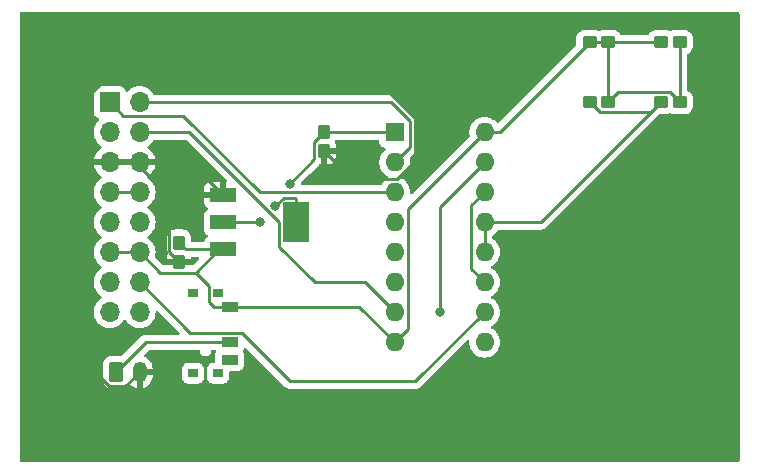
<source format=gbr>
%TF.GenerationSoftware,KiCad,Pcbnew,(7.0.0)*%
%TF.CreationDate,2024-03-24T20:48:37+02:00*%
%TF.ProjectId,p0wer EE3088,70307765-7220-4454-9533-3038382e6b69,rev?*%
%TF.SameCoordinates,Original*%
%TF.FileFunction,Copper,L1,Top*%
%TF.FilePolarity,Positive*%
%FSLAX46Y46*%
G04 Gerber Fmt 4.6, Leading zero omitted, Abs format (unit mm)*
G04 Created by KiCad (PCBNEW (7.0.0)) date 2024-03-24 20:48:37*
%MOMM*%
%LPD*%
G01*
G04 APERTURE LIST*
G04 Aperture macros list*
%AMRoundRect*
0 Rectangle with rounded corners*
0 $1 Rounding radius*
0 $2 $3 $4 $5 $6 $7 $8 $9 X,Y pos of 4 corners*
0 Add a 4 corners polygon primitive as box body*
4,1,4,$2,$3,$4,$5,$6,$7,$8,$9,$2,$3,0*
0 Add four circle primitives for the rounded corners*
1,1,$1+$1,$2,$3*
1,1,$1+$1,$4,$5*
1,1,$1+$1,$6,$7*
1,1,$1+$1,$8,$9*
0 Add four rect primitives between the rounded corners*
20,1,$1+$1,$2,$3,$4,$5,0*
20,1,$1+$1,$4,$5,$6,$7,0*
20,1,$1+$1,$6,$7,$8,$9,0*
20,1,$1+$1,$8,$9,$2,$3,0*%
G04 Aperture macros list end*
%TA.AperFunction,ComponentPad*%
%ADD10R,1.600000X1.600000*%
%TD*%
%TA.AperFunction,ComponentPad*%
%ADD11O,1.600000X1.600000*%
%TD*%
%TA.AperFunction,SMDPad,CuDef*%
%ADD12R,2.200000X1.200000*%
%TD*%
%TA.AperFunction,SMDPad,CuDef*%
%ADD13R,2.200000X3.500000*%
%TD*%
%TA.AperFunction,SMDPad,CuDef*%
%ADD14R,1.400000X0.900000*%
%TD*%
%TA.AperFunction,SMDPad,CuDef*%
%ADD15R,0.850000X0.750000*%
%TD*%
%TA.AperFunction,ComponentPad*%
%ADD16R,1.700000X1.700000*%
%TD*%
%TA.AperFunction,ComponentPad*%
%ADD17O,1.700000X1.700000*%
%TD*%
%TA.AperFunction,ComponentPad*%
%ADD18RoundRect,0.250000X-0.350000X-0.625000X0.350000X-0.625000X0.350000X0.625000X-0.350000X0.625000X0*%
%TD*%
%TA.AperFunction,ComponentPad*%
%ADD19O,1.200000X1.750000*%
%TD*%
%TA.AperFunction,SMDPad,CuDef*%
%ADD20RoundRect,0.250000X-0.375000X-0.275000X0.375000X-0.275000X0.375000X0.275000X-0.375000X0.275000X0*%
%TD*%
%TA.AperFunction,SMDPad,CuDef*%
%ADD21RoundRect,0.250000X0.275000X-0.375000X0.275000X0.375000X-0.275000X0.375000X-0.275000X-0.375000X0*%
%TD*%
%TA.AperFunction,SMDPad,CuDef*%
%ADD22RoundRect,0.250000X-0.275000X0.375000X-0.275000X-0.375000X0.275000X-0.375000X0.275000X0.375000X0*%
%TD*%
%TA.AperFunction,ViaPad*%
%ADD23C,0.800000*%
%TD*%
%TA.AperFunction,Conductor*%
%ADD24C,0.250000*%
%TD*%
G04 APERTURE END LIST*
D10*
%TO.P,U2,1,EN1\u002C2*%
%TO.N,3V3*%
X133359999Y-60959999D03*
D11*
%TO.P,U2,2,1A*%
%TO.N,/PC6-9_PWM1*%
X133359999Y-63499999D03*
%TO.P,U2,3,1Y*%
%TO.N,/Motor2_A*%
X133359999Y-66039999D03*
%TO.P,U2,4,GND*%
%TO.N,MGND*%
X133359999Y-68579999D03*
%TO.P,U2,5,GND*%
X133359999Y-71119999D03*
%TO.P,U2,6,2Y*%
%TO.N,/Motor2_A*%
X133359999Y-73659999D03*
%TO.P,U2,7,2A*%
%TO.N,/PC6-9_PWM2*%
X133359999Y-76199999D03*
%TO.P,U2,8,VCC2*%
%TO.N,VCC*%
X133359999Y-78739999D03*
%TO.P,U2,9,EN3\u002C4*%
%TO.N,3V3*%
X140979999Y-78739999D03*
%TO.P,U2,10,3A*%
%TO.N,/PC6-9_PWM3*%
X140979999Y-76199999D03*
%TO.P,U2,11,3Y*%
%TO.N,/Motor2_B*%
X140979999Y-73659999D03*
%TO.P,U2,12,GND*%
%TO.N,MGND*%
X140979999Y-71119999D03*
%TO.P,U2,13,GND*%
X140979999Y-68579999D03*
%TO.P,U2,14,4Y*%
%TO.N,/Motor2_B*%
X140979999Y-66039999D03*
%TO.P,U2,15,4A*%
%TO.N,/PC6-9_PWM4*%
X140979999Y-63499999D03*
%TO.P,U2,16,VCC1*%
%TO.N,VCC*%
X140979999Y-60959999D03*
%TD*%
D12*
%TO.P,U1,1,GND*%
%TO.N,GND*%
X118819999Y-66279999D03*
%TO.P,U1,2,OUTPUT*%
%TO.N,3V3*%
X118819999Y-68579999D03*
%TO.P,U1,3,INPUT*%
%TO.N,VCC*%
X118819999Y-70879999D03*
D13*
%TO.P,U1,4,VOUT*%
%TO.N,3V3*%
X125019999Y-68579999D03*
%TD*%
D14*
%TO.P,SW1,1,A*%
%TO.N,VCC*%
X119379999Y-75739999D03*
%TO.P,SW1,2,B*%
%TO.N,Net-(J1-Pin_1)*%
X119379999Y-78739999D03*
%TO.P,SW1,3,C*%
%TO.N,unconnected-(SW1-C-Pad3)*%
X119379999Y-80239999D03*
D15*
%TO.P,SW1,4*%
%TO.N,N/C*%
X118412999Y-74614999D03*
%TO.P,SW1,5*%
X116262999Y-74614999D03*
%TO.P,SW1,6*%
X118412999Y-81364999D03*
%TO.P,SW1,7*%
X116287999Y-81364999D03*
%TD*%
D16*
%TO.P,J2,1,Pin_1*%
%TO.N,/Motor2_A*%
X109219999Y-58419999D03*
D17*
%TO.P,J2,2,Pin_2*%
%TO.N,/PC6-9_PWM1*%
X111759999Y-58419999D03*
%TO.P,J2,3,Pin_3*%
%TO.N,/Motor2_B*%
X109219999Y-60959999D03*
%TO.P,J2,4,Pin_4*%
%TO.N,/PC6-9_PWM2*%
X111759999Y-60959999D03*
%TO.P,J2,5,Pin_5*%
%TO.N,GND*%
X109219999Y-63499999D03*
%TO.P,J2,6,Pin_6*%
X111759999Y-63499999D03*
%TO.P,J2,7,Pin_7*%
%TO.N,/BATT*%
X109219999Y-66039999D03*
%TO.P,J2,8,Pin_8*%
X111759999Y-66039999D03*
%TO.P,J2,9,Pin_9*%
%TO.N,/PD7*%
X109219999Y-68579999D03*
%TO.P,J2,10,Pin_10*%
%TO.N,/BATT_ADC*%
X111759999Y-68579999D03*
%TO.P,J2,11,Pin_11*%
%TO.N,VCC*%
X109219999Y-71119999D03*
%TO.P,J2,12,Pin_12*%
X111759999Y-71119999D03*
%TO.P,J2,13,Pin_13*%
%TO.N,/Motor1_A*%
X109219999Y-73659999D03*
%TO.P,J2,14,Pin_14*%
%TO.N,/PC6-9_PWM3*%
X111759999Y-73659999D03*
%TO.P,J2,15,Pin_15*%
%TO.N,/Motor1_B*%
X109219999Y-76199999D03*
%TO.P,J2,16,Pin_16*%
%TO.N,/PC6-9_PWM4*%
X111759999Y-76199999D03*
%TD*%
D18*
%TO.P,J1,1,Pin_1*%
%TO.N,Net-(J1-Pin_1)*%
X109760000Y-81280000D03*
D19*
%TO.P,J1,2,Pin_2*%
%TO.N,GND*%
X111759999Y-81279999D03*
%TD*%
D20*
%TO.P,C6,1*%
%TO.N,VCC*%
X155880000Y-53340000D03*
%TO.P,C6,2*%
X157480000Y-53340000D03*
%TD*%
%TO.P,C5,1*%
%TO.N,MGND*%
X155880000Y-58420000D03*
%TO.P,C5,2*%
%TO.N,VCC*%
X157480000Y-58420000D03*
%TD*%
%TO.P,C4,1*%
%TO.N,MGND*%
X149860000Y-58420000D03*
%TO.P,C4,2*%
%TO.N,VCC*%
X151460000Y-58420000D03*
%TD*%
%TO.P,C3,1*%
%TO.N,VCC*%
X149860000Y-53340000D03*
%TO.P,C3,2*%
X151460000Y-53340000D03*
%TD*%
D21*
%TO.P,C2,1*%
%TO.N,GND*%
X127375000Y-62560000D03*
%TO.P,C2,2*%
%TO.N,3V3*%
X127375000Y-60960000D03*
%TD*%
D22*
%TO.P,C1,1*%
%TO.N,VCC*%
X115100000Y-70320000D03*
%TO.P,C1,2*%
%TO.N,GND*%
X115100000Y-71920000D03*
%TD*%
D23*
%TO.N,/PC6-9_PWM4*%
X137160000Y-76200000D03*
%TO.N,3V3*%
X121920000Y-68580000D03*
X123269800Y-67230200D03*
X124460000Y-65315500D03*
%TD*%
D24*
%TO.N,VCC*%
X115660000Y-70880000D02*
X118820000Y-70880000D01*
X115100000Y-70320000D02*
X115660000Y-70880000D01*
%TO.N,/PC6-9_PWM4*%
X137160000Y-67320000D02*
X140980000Y-63500000D01*
X137160000Y-76200000D02*
X137160000Y-67320000D01*
%TO.N,3V3*%
X118820000Y-68580000D02*
X121920000Y-68580000D01*
X124930000Y-66490000D02*
X124460000Y-66490000D01*
X125020000Y-66580000D02*
X124930000Y-66490000D01*
X125020000Y-68580000D02*
X125020000Y-66580000D01*
X124460000Y-66490000D02*
X124010000Y-66490000D01*
X124010000Y-66490000D02*
X123269800Y-67230200D01*
X126525000Y-63250500D02*
X124460000Y-65315500D01*
X126525000Y-61810000D02*
X126525000Y-63250500D01*
X127375000Y-60960000D02*
X126525000Y-61810000D01*
%TO.N,GND*%
X114170000Y-66280000D02*
X118820000Y-66280000D01*
X111390000Y-63500000D02*
X114170000Y-66280000D01*
X106680000Y-63500000D02*
X111390000Y-63500000D01*
X109410000Y-55880000D02*
X106680000Y-58610000D01*
X131166396Y-55880000D02*
X109410000Y-55880000D01*
X135070000Y-59783604D02*
X131166396Y-55880000D01*
X135070000Y-63380991D02*
X135070000Y-59783604D01*
X133535991Y-64915000D02*
X135070000Y-63380991D01*
X106680000Y-58610000D02*
X106680000Y-63500000D01*
X129730000Y-64915000D02*
X133535991Y-64915000D01*
X127375000Y-62560000D02*
X129730000Y-64915000D01*
%TO.N,VCC*%
X118260000Y-71120000D02*
X116510000Y-72870000D01*
%TO.N,GND*%
X114250000Y-71070000D02*
X115100000Y-71920000D01*
X114250000Y-68630000D02*
X114250000Y-71070000D01*
X116600000Y-66280000D02*
X114250000Y-68630000D01*
X118820000Y-66280000D02*
X116600000Y-66280000D01*
X106680000Y-79988173D02*
X106680000Y-63500000D01*
X106680000Y-63500000D02*
X109220000Y-63500000D01*
X110560000Y-82480000D02*
X109171827Y-82480000D01*
X109171827Y-82480000D02*
X106680000Y-79988173D01*
X111760000Y-81280000D02*
X110560000Y-82480000D01*
%TO.N,Net-(J1-Pin_1)*%
X112300000Y-78740000D02*
X119380000Y-78740000D01*
X109760000Y-81280000D02*
X112300000Y-78740000D01*
%TO.N,/BATT*%
X109220000Y-66040000D02*
X111760000Y-66040000D01*
%TO.N,GND*%
X109220000Y-63500000D02*
X111760000Y-63500000D01*
%TO.N,MGND*%
X140980000Y-68580000D02*
X140980000Y-71120000D01*
%TO.N,/Motor2_B*%
X139855000Y-67165000D02*
X140980000Y-66040000D01*
X139855000Y-72535000D02*
X139855000Y-67165000D01*
X140980000Y-73660000D02*
X139855000Y-72535000D01*
%TO.N,VCC*%
X134485000Y-77615000D02*
X133360000Y-78740000D01*
X134485000Y-67455000D02*
X134485000Y-77615000D01*
X140980000Y-60960000D02*
X134485000Y-67455000D01*
%TO.N,GND*%
X116040000Y-63500000D02*
X118820000Y-66280000D01*
X111760000Y-63500000D02*
X116040000Y-63500000D01*
%TO.N,/Motor2_A*%
X110395000Y-59595000D02*
X109220000Y-58420000D01*
X121920000Y-66040000D02*
X115475000Y-59595000D01*
X115475000Y-59595000D02*
X110395000Y-59595000D01*
X133360000Y-66040000D02*
X121920000Y-66040000D01*
%TO.N,/PC6-9_PWM2*%
X126600000Y-73660000D02*
X130820000Y-73660000D01*
X130820000Y-73660000D02*
X133360000Y-76200000D01*
X123595000Y-70655000D02*
X126600000Y-73660000D01*
X123595000Y-68580000D02*
X123595000Y-70655000D01*
X111760000Y-60960000D02*
X115975000Y-60960000D01*
X115975000Y-60960000D02*
X123595000Y-68580000D01*
%TO.N,/PC6-9_PWM3*%
X116065000Y-77965000D02*
X111760000Y-73660000D01*
X124505000Y-82065000D02*
X120405000Y-77965000D01*
X120405000Y-77965000D02*
X116065000Y-77965000D01*
X135115000Y-82065000D02*
X124505000Y-82065000D01*
X140980000Y-76200000D02*
X135115000Y-82065000D01*
%TO.N,VCC*%
X130360000Y-75740000D02*
X133360000Y-78740000D01*
X119380000Y-75740000D02*
X130360000Y-75740000D01*
X116510000Y-72870000D02*
X113510000Y-72870000D01*
X117663000Y-74023000D02*
X116510000Y-72870000D01*
X111760000Y-71120000D02*
X109220000Y-71120000D01*
X117663000Y-75315000D02*
X117663000Y-74023000D01*
X118088000Y-75740000D02*
X117663000Y-75315000D01*
X113510000Y-72870000D02*
X111760000Y-71120000D01*
X119380000Y-75740000D02*
X118088000Y-75740000D01*
%TO.N,/PC6-9_PWM1*%
X134620000Y-59970000D02*
X134620000Y-62240000D01*
X134620000Y-62240000D02*
X133360000Y-63500000D01*
X133070000Y-58420000D02*
X134620000Y-59970000D01*
X111760000Y-58420000D02*
X133070000Y-58420000D01*
%TO.N,3V3*%
X127375000Y-60960000D02*
X133360000Y-60960000D01*
%TO.N,MGND*%
X155030000Y-59270000D02*
X155410000Y-58890000D01*
X149860000Y-58420000D02*
X150710000Y-59270000D01*
X155410000Y-58890000D02*
X155880000Y-58420000D01*
X150710000Y-59270000D02*
X155030000Y-59270000D01*
X145720000Y-68580000D02*
X155410000Y-58890000D01*
X140980000Y-68580000D02*
X145720000Y-68580000D01*
%TO.N,VCC*%
X142240000Y-60960000D02*
X140980000Y-60960000D01*
X149860000Y-53340000D02*
X142240000Y-60960000D01*
X151460000Y-53340000D02*
X149860000Y-53340000D01*
X156630000Y-57570000D02*
X157480000Y-58420000D01*
X152310000Y-57570000D02*
X156630000Y-57570000D01*
X151460000Y-58420000D02*
X152310000Y-57570000D01*
X151460000Y-53340000D02*
X151460000Y-58420000D01*
X155880000Y-53340000D02*
X151460000Y-53340000D01*
X157480000Y-53340000D02*
X157480000Y-58420000D01*
%TD*%
%TA.AperFunction,Conductor*%
%TO.N,GND*%
G36*
X131997501Y-61602113D02*
G01*
X132042888Y-61647500D01*
X132059501Y-61709500D01*
X132059501Y-61807872D01*
X132059853Y-61811150D01*
X132059854Y-61811161D01*
X132065079Y-61859768D01*
X132065080Y-61859773D01*
X132065909Y-61867483D01*
X132068619Y-61874749D01*
X132068620Y-61874753D01*
X132088373Y-61927712D01*
X132116204Y-62002331D01*
X132121518Y-62009430D01*
X132121519Y-62009431D01*
X132178463Y-62085499D01*
X132202454Y-62117546D01*
X132317669Y-62203796D01*
X132452517Y-62254091D01*
X132487599Y-62257862D01*
X132543516Y-62278240D01*
X132583500Y-62322328D01*
X132598334Y-62379969D01*
X132584601Y-62437882D01*
X132545464Y-62482725D01*
X132520861Y-62499953D01*
X132517037Y-62503776D01*
X132517031Y-62503782D01*
X132363782Y-62657031D01*
X132363776Y-62657037D01*
X132359953Y-62660861D01*
X132356850Y-62665291D01*
X132356847Y-62665296D01*
X132232540Y-62842826D01*
X132232535Y-62842833D01*
X132229432Y-62847266D01*
X132227144Y-62852172D01*
X132227142Y-62852176D01*
X132135550Y-63048594D01*
X132135547Y-63048599D01*
X132133261Y-63053504D01*
X132131862Y-63058724D01*
X132131858Y-63058736D01*
X132075764Y-63268083D01*
X132075762Y-63268094D01*
X132074365Y-63273308D01*
X132073893Y-63278693D01*
X132073893Y-63278698D01*
X132058579Y-63453740D01*
X132054532Y-63500000D01*
X132055004Y-63505395D01*
X132069859Y-63675194D01*
X132074365Y-63726692D01*
X132075762Y-63731907D01*
X132075764Y-63731916D01*
X132131858Y-63941263D01*
X132131861Y-63941271D01*
X132133261Y-63946496D01*
X132229432Y-64152734D01*
X132359953Y-64339139D01*
X132520861Y-64500047D01*
X132707266Y-64630568D01*
X132712172Y-64632855D01*
X132712176Y-64632858D01*
X132765274Y-64657618D01*
X132817450Y-64703375D01*
X132836869Y-64770000D01*
X132817450Y-64836625D01*
X132765274Y-64882382D01*
X132712176Y-64907141D01*
X132712163Y-64907148D01*
X132707266Y-64909432D01*
X132702833Y-64912535D01*
X132702826Y-64912540D01*
X132525296Y-65036847D01*
X132525291Y-65036850D01*
X132520861Y-65039953D01*
X132517037Y-65043776D01*
X132517031Y-65043782D01*
X132363782Y-65197031D01*
X132363776Y-65197037D01*
X132359953Y-65200861D01*
X132356850Y-65205291D01*
X132356847Y-65205296D01*
X132247387Y-65361623D01*
X132203069Y-65400489D01*
X132145812Y-65414500D01*
X125544952Y-65414500D01*
X125488657Y-65400985D01*
X125444634Y-65363385D01*
X125422479Y-65309898D01*
X125427021Y-65252182D01*
X125457271Y-65202819D01*
X126163873Y-64496217D01*
X126912311Y-63747778D01*
X126920481Y-63740344D01*
X126926877Y-63736286D01*
X126939619Y-63722716D01*
X126986615Y-63691442D01*
X127042613Y-63684243D01*
X127046893Y-63684680D01*
X127053168Y-63685000D01*
X127108674Y-63685000D01*
X127121549Y-63681549D01*
X127125000Y-63668674D01*
X127125000Y-63668673D01*
X127625000Y-63668673D01*
X127628450Y-63681548D01*
X127641326Y-63684999D01*
X127696829Y-63684999D01*
X127703111Y-63684678D01*
X127795959Y-63675194D01*
X127809122Y-63672376D01*
X127962267Y-63621629D01*
X127975266Y-63615567D01*
X128112194Y-63531109D01*
X128123455Y-63522205D01*
X128237205Y-63408455D01*
X128246109Y-63397194D01*
X128330567Y-63260266D01*
X128336629Y-63247267D01*
X128387375Y-63094125D01*
X128390194Y-63080958D01*
X128399680Y-62988109D01*
X128400000Y-62981832D01*
X128400000Y-62826326D01*
X128396549Y-62813450D01*
X128383674Y-62810000D01*
X127641326Y-62810000D01*
X127628450Y-62813450D01*
X127625000Y-62826326D01*
X127625000Y-63668673D01*
X127125000Y-63668673D01*
X127125000Y-63459254D01*
X127129303Y-63429017D01*
X127130438Y-63426396D01*
X127137272Y-63383241D01*
X127139638Y-63371821D01*
X127148560Y-63337074D01*
X127150500Y-63329519D01*
X127150500Y-63309483D01*
X127152025Y-63290097D01*
X127155160Y-63270304D01*
X127151050Y-63226824D01*
X127150500Y-63215155D01*
X127150500Y-62434000D01*
X127167113Y-62372000D01*
X127212500Y-62326613D01*
X127274500Y-62310000D01*
X128383673Y-62310000D01*
X128396548Y-62306549D01*
X128399999Y-62293674D01*
X128399999Y-62138171D01*
X128399678Y-62131888D01*
X128390194Y-62039040D01*
X128387376Y-62025877D01*
X128336629Y-61872733D01*
X128330567Y-61859733D01*
X128309497Y-61825574D01*
X128291035Y-61760475D01*
X128309497Y-61695378D01*
X128334322Y-61655132D01*
X128334816Y-61654332D01*
X128334951Y-61654415D01*
X128378359Y-61604919D01*
X128444984Y-61585500D01*
X131935501Y-61585500D01*
X131997501Y-61602113D01*
G37*
%TD.AperFunction*%
%TA.AperFunction,Conductor*%
G36*
X162497500Y-50817113D02*
G01*
X162542887Y-50862500D01*
X162559500Y-50924500D01*
X162559500Y-88775500D01*
X162542887Y-88837500D01*
X162497500Y-88882887D01*
X162435500Y-88899500D01*
X101724500Y-88899500D01*
X101662500Y-88882887D01*
X101617113Y-88837500D01*
X101600500Y-88775500D01*
X101600500Y-76200000D01*
X107864341Y-76200000D01*
X107864813Y-76205395D01*
X107883702Y-76421301D01*
X107884937Y-76435408D01*
X107886336Y-76440630D01*
X107886337Y-76440634D01*
X107944694Y-76658430D01*
X107944697Y-76658438D01*
X107946097Y-76663663D01*
X107948385Y-76668570D01*
X107948386Y-76668572D01*
X108043678Y-76872927D01*
X108043681Y-76872933D01*
X108045965Y-76877830D01*
X108049064Y-76882257D01*
X108049066Y-76882259D01*
X108178399Y-77066966D01*
X108178402Y-77066970D01*
X108181505Y-77071401D01*
X108348599Y-77238495D01*
X108542170Y-77374035D01*
X108756337Y-77473903D01*
X108984592Y-77535063D01*
X109220000Y-77555659D01*
X109455408Y-77535063D01*
X109683663Y-77473903D01*
X109897830Y-77374035D01*
X110091401Y-77238495D01*
X110258495Y-77071401D01*
X110351904Y-76938000D01*
X110388425Y-76885842D01*
X110432743Y-76846976D01*
X110490000Y-76832965D01*
X110547257Y-76846976D01*
X110591575Y-76885842D01*
X110718395Y-77066961D01*
X110718401Y-77066968D01*
X110721505Y-77071401D01*
X110888599Y-77238495D01*
X111082170Y-77374035D01*
X111296337Y-77473903D01*
X111524592Y-77535063D01*
X111760000Y-77555659D01*
X111995408Y-77535063D01*
X112223663Y-77473903D01*
X112437830Y-77374035D01*
X112631401Y-77238495D01*
X112798495Y-77071401D01*
X112934035Y-76877830D01*
X113033903Y-76663663D01*
X113095063Y-76435408D01*
X113115659Y-76200000D01*
X113115477Y-76197928D01*
X113128702Y-76142845D01*
X113166302Y-76098822D01*
X113219789Y-76076667D01*
X113277505Y-76081209D01*
X113326868Y-76111459D01*
X115118228Y-77902819D01*
X115148478Y-77952182D01*
X115153020Y-78009898D01*
X115130865Y-78063385D01*
X115086842Y-78100985D01*
X115030547Y-78114500D01*
X112377771Y-78114500D01*
X112366718Y-78113979D01*
X112359332Y-78112328D01*
X112351534Y-78112573D01*
X112292144Y-78114439D01*
X112288250Y-78114500D01*
X112260650Y-78114500D01*
X112256799Y-78114986D01*
X112256768Y-78114988D01*
X112256640Y-78115005D01*
X112245029Y-78115918D01*
X112209171Y-78117045D01*
X112209164Y-78117046D01*
X112201372Y-78117291D01*
X112193888Y-78119465D01*
X112193877Y-78119467D01*
X112182128Y-78122881D01*
X112163083Y-78126825D01*
X112150947Y-78128358D01*
X112150944Y-78128358D01*
X112143208Y-78129336D01*
X112135960Y-78132205D01*
X112135950Y-78132208D01*
X112102592Y-78145415D01*
X112091550Y-78149196D01*
X112057097Y-78159207D01*
X112057092Y-78159208D01*
X112049610Y-78161383D01*
X112042902Y-78165349D01*
X112042897Y-78165352D01*
X112032364Y-78171581D01*
X112014900Y-78180136D01*
X112003524Y-78184640D01*
X112003517Y-78184643D01*
X111996268Y-78187514D01*
X111989962Y-78192094D01*
X111989957Y-78192098D01*
X111960927Y-78213189D01*
X111951169Y-78219598D01*
X111920298Y-78237856D01*
X111913579Y-78241830D01*
X111908063Y-78247344D01*
X111908056Y-78247351D01*
X111899407Y-78256000D01*
X111884624Y-78268626D01*
X111874727Y-78275817D01*
X111874720Y-78275823D01*
X111868413Y-78280406D01*
X111863446Y-78286408D01*
X111863435Y-78286420D01*
X111840570Y-78314059D01*
X111832710Y-78322697D01*
X110284147Y-79871260D01*
X110238029Y-79900406D01*
X110183864Y-79906936D01*
X110179617Y-79906503D01*
X110163140Y-79904819D01*
X110163123Y-79904818D01*
X110160009Y-79904500D01*
X110156860Y-79904500D01*
X109363141Y-79904500D01*
X109363121Y-79904500D01*
X109359992Y-79904501D01*
X109356860Y-79904820D01*
X109356858Y-79904821D01*
X109263938Y-79914312D01*
X109263928Y-79914313D01*
X109257203Y-79915001D01*
X109250781Y-79917128D01*
X109250776Y-79917130D01*
X109097521Y-79967914D01*
X109097517Y-79967915D01*
X109090666Y-79970186D01*
X109084522Y-79973975D01*
X109084519Y-79973977D01*
X108947488Y-80058497D01*
X108947480Y-80058503D01*
X108941344Y-80062288D01*
X108936242Y-80067389D01*
X108936238Y-80067393D01*
X108822393Y-80181238D01*
X108822389Y-80181242D01*
X108817288Y-80186344D01*
X108813503Y-80192480D01*
X108813497Y-80192488D01*
X108728977Y-80329519D01*
X108725186Y-80335666D01*
X108722915Y-80342517D01*
X108722914Y-80342521D01*
X108672131Y-80495774D01*
X108670001Y-80502203D01*
X108669313Y-80508933D01*
X108669312Y-80508940D01*
X108659819Y-80601859D01*
X108659818Y-80601877D01*
X108659500Y-80604991D01*
X108659500Y-80608138D01*
X108659500Y-80608139D01*
X108659500Y-81951859D01*
X108659500Y-81951878D01*
X108659501Y-81955008D01*
X108659820Y-81958140D01*
X108659821Y-81958141D01*
X108669312Y-82051061D01*
X108669313Y-82051069D01*
X108670001Y-82057797D01*
X108672129Y-82064219D01*
X108672130Y-82064223D01*
X108709991Y-82178480D01*
X108725186Y-82224334D01*
X108734938Y-82240144D01*
X108813497Y-82367511D01*
X108813500Y-82367515D01*
X108817288Y-82373656D01*
X108941344Y-82497712D01*
X108947485Y-82501500D01*
X108947488Y-82501502D01*
X108984927Y-82524594D01*
X109090666Y-82589814D01*
X109257203Y-82644999D01*
X109359991Y-82655500D01*
X110160008Y-82655499D01*
X110262797Y-82644999D01*
X110429334Y-82589814D01*
X110578656Y-82497712D01*
X110702712Y-82373656D01*
X110742095Y-82309804D01*
X110784146Y-82268388D01*
X110840585Y-82251103D01*
X110898620Y-82261871D01*
X110945103Y-82298251D01*
X110956623Y-82312900D01*
X110964735Y-82321408D01*
X111114572Y-82451243D01*
X111124149Y-82458062D01*
X111295846Y-82557191D01*
X111306549Y-82562079D01*
X111493904Y-82626924D01*
X111499488Y-82628279D01*
X111507681Y-82627693D01*
X111510000Y-82617036D01*
X111510000Y-82612181D01*
X112010000Y-82612181D01*
X112012505Y-82623072D01*
X112023679Y-82622939D01*
X112115670Y-82600622D01*
X112126788Y-82596774D01*
X112307121Y-82514419D01*
X112317319Y-82508531D01*
X112478806Y-82393536D01*
X112487703Y-82385827D01*
X112624517Y-82242341D01*
X112631784Y-82233100D01*
X112738971Y-82066314D01*
X112744363Y-82055856D01*
X112818049Y-81871798D01*
X112821362Y-81860515D01*
X112835997Y-81784578D01*
X115362500Y-81784578D01*
X115362501Y-81787872D01*
X115362853Y-81791150D01*
X115362854Y-81791161D01*
X115368079Y-81839768D01*
X115368080Y-81839773D01*
X115368909Y-81847483D01*
X115371619Y-81854749D01*
X115371620Y-81854753D01*
X115405217Y-81944831D01*
X115419204Y-81982331D01*
X115505454Y-82097546D01*
X115620669Y-82183796D01*
X115755517Y-82234091D01*
X115815127Y-82240500D01*
X116760872Y-82240499D01*
X116820483Y-82234091D01*
X116955331Y-82183796D01*
X117070546Y-82097546D01*
X117156796Y-81982331D01*
X117207091Y-81847483D01*
X117213500Y-81787873D01*
X117213499Y-80942128D01*
X117207091Y-80882517D01*
X117156796Y-80747669D01*
X117070546Y-80632454D01*
X117038065Y-80608139D01*
X116962431Y-80551519D01*
X116962430Y-80551518D01*
X116955331Y-80546204D01*
X116820483Y-80495909D01*
X116812770Y-80495079D01*
X116812767Y-80495079D01*
X116764180Y-80489855D01*
X116764169Y-80489854D01*
X116760873Y-80489500D01*
X116757550Y-80489500D01*
X115818439Y-80489500D01*
X115818420Y-80489500D01*
X115815128Y-80489501D01*
X115811850Y-80489853D01*
X115811838Y-80489854D01*
X115763231Y-80495079D01*
X115763225Y-80495080D01*
X115755517Y-80495909D01*
X115748252Y-80498618D01*
X115748246Y-80498620D01*
X115628980Y-80543104D01*
X115628978Y-80543104D01*
X115620669Y-80546204D01*
X115613572Y-80551516D01*
X115613568Y-80551519D01*
X115512550Y-80627141D01*
X115512546Y-80627144D01*
X115505454Y-80632454D01*
X115500144Y-80639546D01*
X115500141Y-80639550D01*
X115424519Y-80740568D01*
X115424516Y-80740572D01*
X115419204Y-80747669D01*
X115416104Y-80755978D01*
X115416104Y-80755980D01*
X115371620Y-80875247D01*
X115371619Y-80875250D01*
X115368909Y-80882517D01*
X115368079Y-80890227D01*
X115368079Y-80890232D01*
X115362855Y-80938819D01*
X115362854Y-80938831D01*
X115362500Y-80942127D01*
X115362500Y-80945448D01*
X115362500Y-80945449D01*
X115362500Y-81784560D01*
X115362500Y-81784578D01*
X112835997Y-81784578D01*
X112858882Y-81665834D01*
X112860000Y-81654134D01*
X112860000Y-81546326D01*
X112856549Y-81533450D01*
X112843674Y-81530000D01*
X112026326Y-81530000D01*
X112013450Y-81533450D01*
X112010000Y-81546326D01*
X112010000Y-82612181D01*
X111510000Y-82612181D01*
X111510000Y-81154000D01*
X111526613Y-81092000D01*
X111572000Y-81046613D01*
X111634000Y-81030000D01*
X112843674Y-81030000D01*
X112856549Y-81026549D01*
X112860000Y-81013674D01*
X112860000Y-80955550D01*
X112859719Y-80949660D01*
X112845596Y-80801757D01*
X112843369Y-80790206D01*
X112787512Y-80599973D01*
X112783146Y-80589067D01*
X112692295Y-80412840D01*
X112685935Y-80402944D01*
X112563382Y-80247105D01*
X112555264Y-80238591D01*
X112405427Y-80108756D01*
X112395850Y-80101937D01*
X112224153Y-80002808D01*
X112213443Y-79997917D01*
X112187600Y-79988972D01*
X112135908Y-79954654D01*
X112107314Y-79899590D01*
X112108975Y-79837566D01*
X112140474Y-79784115D01*
X112522771Y-79401819D01*
X112563000Y-79374939D01*
X112610453Y-79365500D01*
X116760129Y-79365500D01*
X116822129Y-79382113D01*
X116867516Y-79427500D01*
X116883354Y-79486609D01*
X116882867Y-79490000D01*
X116884129Y-79498777D01*
X116900040Y-79609446D01*
X116900041Y-79609450D01*
X116901303Y-79618226D01*
X116904987Y-79626294D01*
X116904988Y-79626295D01*
X116951434Y-79727998D01*
X116951436Y-79728002D01*
X116955118Y-79736063D01*
X116960920Y-79742759D01*
X116960922Y-79742762D01*
X116996752Y-79784112D01*
X117039951Y-79833967D01*
X117148931Y-79904004D01*
X117273228Y-79940500D01*
X117393901Y-79940500D01*
X117402772Y-79940500D01*
X117527069Y-79904004D01*
X117636049Y-79833967D01*
X117720882Y-79736063D01*
X117774697Y-79618226D01*
X117793133Y-79490000D01*
X117792645Y-79486609D01*
X117808484Y-79427500D01*
X117853871Y-79382113D01*
X117915871Y-79365500D01*
X118127577Y-79365500D01*
X118190934Y-79382908D01*
X118234744Y-79428416D01*
X118236204Y-79432331D01*
X118237678Y-79434300D01*
X118251849Y-79490094D01*
X118237614Y-79545784D01*
X118236204Y-79547669D01*
X118233106Y-79555972D01*
X118233104Y-79555978D01*
X118188620Y-79675247D01*
X118188619Y-79675250D01*
X118185909Y-79682517D01*
X118185079Y-79690227D01*
X118185079Y-79690232D01*
X118179855Y-79738819D01*
X118179854Y-79738831D01*
X118179500Y-79742127D01*
X118179500Y-79745449D01*
X118179500Y-80365501D01*
X118162887Y-80427501D01*
X118117500Y-80472888D01*
X118055501Y-80489500D01*
X117940128Y-80489501D01*
X117936850Y-80489853D01*
X117936838Y-80489854D01*
X117888231Y-80495079D01*
X117888225Y-80495080D01*
X117880517Y-80495909D01*
X117873252Y-80498618D01*
X117873246Y-80498620D01*
X117753980Y-80543104D01*
X117753978Y-80543104D01*
X117745669Y-80546204D01*
X117738572Y-80551516D01*
X117738568Y-80551519D01*
X117637550Y-80627141D01*
X117637546Y-80627144D01*
X117630454Y-80632454D01*
X117625144Y-80639546D01*
X117625141Y-80639550D01*
X117549519Y-80740568D01*
X117549516Y-80740572D01*
X117544204Y-80747669D01*
X117541104Y-80755978D01*
X117541104Y-80755980D01*
X117496620Y-80875247D01*
X117496619Y-80875250D01*
X117493909Y-80882517D01*
X117493079Y-80890227D01*
X117493079Y-80890232D01*
X117487855Y-80938819D01*
X117487854Y-80938831D01*
X117487500Y-80942127D01*
X117487500Y-80945448D01*
X117487500Y-80945449D01*
X117487500Y-81784560D01*
X117487500Y-81784578D01*
X117487501Y-81787872D01*
X117487853Y-81791150D01*
X117487854Y-81791161D01*
X117493079Y-81839768D01*
X117493080Y-81839773D01*
X117493909Y-81847483D01*
X117496619Y-81854749D01*
X117496620Y-81854753D01*
X117530217Y-81944831D01*
X117544204Y-81982331D01*
X117630454Y-82097546D01*
X117745669Y-82183796D01*
X117880517Y-82234091D01*
X117940127Y-82240500D01*
X118885872Y-82240499D01*
X118945483Y-82234091D01*
X119080331Y-82183796D01*
X119195546Y-82097546D01*
X119281796Y-81982331D01*
X119332091Y-81847483D01*
X119338500Y-81787873D01*
X119338499Y-81314498D01*
X119355112Y-81252499D01*
X119400499Y-81207112D01*
X119462499Y-81190499D01*
X120124561Y-81190499D01*
X120127872Y-81190499D01*
X120187483Y-81184091D01*
X120322331Y-81133796D01*
X120437546Y-81047546D01*
X120523796Y-80932331D01*
X120574091Y-80797483D01*
X120580500Y-80737873D01*
X120580499Y-79742128D01*
X120574091Y-79682517D01*
X120523796Y-79547669D01*
X120522389Y-79545790D01*
X120508149Y-79489995D01*
X120522391Y-79434206D01*
X120523796Y-79432331D01*
X120574091Y-79297483D01*
X120574921Y-79289760D01*
X120575441Y-79287561D01*
X120606500Y-79230371D01*
X120662244Y-79196788D01*
X120727319Y-79196060D01*
X120783800Y-79228390D01*
X124007707Y-82452297D01*
X124015156Y-82460483D01*
X124019214Y-82466877D01*
X124024899Y-82472215D01*
X124024901Y-82472218D01*
X124068239Y-82512915D01*
X124071035Y-82515625D01*
X124090530Y-82535120D01*
X124093615Y-82537513D01*
X124093701Y-82537580D01*
X124102573Y-82545158D01*
X124115387Y-82557191D01*
X124134418Y-82575062D01*
X124141248Y-82578817D01*
X124141251Y-82578819D01*
X124151971Y-82584712D01*
X124168222Y-82595386D01*
X124184064Y-82607674D01*
X124191221Y-82610771D01*
X124191223Y-82610772D01*
X124224155Y-82625022D01*
X124234650Y-82630164D01*
X124272908Y-82651197D01*
X124292312Y-82656179D01*
X124310714Y-82662480D01*
X124321941Y-82667338D01*
X124329105Y-82670438D01*
X124366697Y-82676391D01*
X124372239Y-82677269D01*
X124383682Y-82679639D01*
X124418425Y-82688560D01*
X124418426Y-82688560D01*
X124425981Y-82690500D01*
X124446017Y-82690500D01*
X124465402Y-82692025D01*
X124485196Y-82695160D01*
X124523276Y-82691560D01*
X124528676Y-82691050D01*
X124540345Y-82690500D01*
X135037225Y-82690500D01*
X135048280Y-82691021D01*
X135055667Y-82692673D01*
X135122872Y-82690561D01*
X135126768Y-82690500D01*
X135150448Y-82690500D01*
X135154350Y-82690500D01*
X135158313Y-82689999D01*
X135169963Y-82689080D01*
X135213627Y-82687709D01*
X135232861Y-82682119D01*
X135251917Y-82678174D01*
X135271792Y-82675664D01*
X135312395Y-82659587D01*
X135323450Y-82655802D01*
X135365390Y-82643618D01*
X135382629Y-82633422D01*
X135400103Y-82624862D01*
X135411474Y-82620360D01*
X135411476Y-82620358D01*
X135418732Y-82617486D01*
X135454069Y-82591811D01*
X135463824Y-82585403D01*
X135501420Y-82563170D01*
X135515584Y-82549005D01*
X135530379Y-82536368D01*
X135546587Y-82524594D01*
X135574428Y-82490938D01*
X135582279Y-82482309D01*
X139467183Y-78597405D01*
X139518608Y-78566506D01*
X139578522Y-78563366D01*
X139632897Y-78588721D01*
X139669004Y-78636636D01*
X139678390Y-78695893D01*
X139675004Y-78734602D01*
X139674532Y-78740000D01*
X139694365Y-78966692D01*
X139695762Y-78971907D01*
X139695764Y-78971916D01*
X139751858Y-79181263D01*
X139751861Y-79181271D01*
X139753261Y-79186496D01*
X139755549Y-79191403D01*
X139755550Y-79191405D01*
X139819313Y-79328145D01*
X139849432Y-79392734D01*
X139852539Y-79397171D01*
X139852540Y-79397173D01*
X139875920Y-79430563D01*
X139979953Y-79579139D01*
X140140861Y-79740047D01*
X140327266Y-79870568D01*
X140533504Y-79966739D01*
X140538734Y-79968140D01*
X140538736Y-79968141D01*
X140616479Y-79988972D01*
X140753308Y-80025635D01*
X140980000Y-80045468D01*
X141206692Y-80025635D01*
X141426496Y-79966739D01*
X141632734Y-79870568D01*
X141819139Y-79740047D01*
X141980047Y-79579139D01*
X142110568Y-79392734D01*
X142206739Y-79186496D01*
X142265635Y-78966692D01*
X142285468Y-78740000D01*
X142265635Y-78513308D01*
X142215226Y-78325177D01*
X142208141Y-78298736D01*
X142208140Y-78298734D01*
X142206739Y-78293504D01*
X142110568Y-78087266D01*
X141980047Y-77900861D01*
X141819139Y-77739953D01*
X141679979Y-77642513D01*
X141637173Y-77612540D01*
X141637171Y-77612539D01*
X141632734Y-77609432D01*
X141574724Y-77582381D01*
X141522549Y-77536625D01*
X141503130Y-77470000D01*
X141522549Y-77403375D01*
X141574725Y-77357618D01*
X141632734Y-77330568D01*
X141819139Y-77200047D01*
X141980047Y-77039139D01*
X142110568Y-76852734D01*
X142206739Y-76646496D01*
X142265635Y-76426692D01*
X142285468Y-76200000D01*
X142265635Y-75973308D01*
X142206739Y-75753504D01*
X142110568Y-75547266D01*
X141980047Y-75360861D01*
X141819139Y-75199953D01*
X141694919Y-75112974D01*
X141637173Y-75072540D01*
X141637171Y-75072539D01*
X141632734Y-75069432D01*
X141574724Y-75042381D01*
X141522549Y-74996625D01*
X141503130Y-74930000D01*
X141522549Y-74863375D01*
X141574725Y-74817618D01*
X141632734Y-74790568D01*
X141819139Y-74660047D01*
X141980047Y-74499139D01*
X142110568Y-74312734D01*
X142206739Y-74106496D01*
X142265635Y-73886692D01*
X142285468Y-73660000D01*
X142265635Y-73433308D01*
X142242284Y-73346159D01*
X142208141Y-73218736D01*
X142208140Y-73218734D01*
X142206739Y-73213504D01*
X142110568Y-73007266D01*
X141980047Y-72820861D01*
X141819139Y-72659953D01*
X141632734Y-72529432D01*
X141574724Y-72502381D01*
X141522549Y-72456625D01*
X141503130Y-72390000D01*
X141522549Y-72323375D01*
X141574725Y-72277618D01*
X141632734Y-72250568D01*
X141819139Y-72120047D01*
X141980047Y-71959139D01*
X142110568Y-71772734D01*
X142206739Y-71566496D01*
X142265635Y-71346692D01*
X142285468Y-71120000D01*
X142265635Y-70893308D01*
X142251636Y-70841061D01*
X142208141Y-70678736D01*
X142208140Y-70678734D01*
X142206739Y-70673504D01*
X142110568Y-70467266D01*
X141980047Y-70280861D01*
X141819139Y-70119953D01*
X141769700Y-70085336D01*
X141658377Y-70007387D01*
X141619511Y-69963069D01*
X141605500Y-69905812D01*
X141605500Y-69794188D01*
X141619511Y-69736931D01*
X141658377Y-69692613D01*
X141695359Y-69666718D01*
X141819139Y-69580047D01*
X141980047Y-69419139D01*
X142092612Y-69258377D01*
X142136931Y-69219511D01*
X142194188Y-69205500D01*
X145642225Y-69205500D01*
X145653280Y-69206021D01*
X145660667Y-69207673D01*
X145727872Y-69205561D01*
X145731768Y-69205500D01*
X145755448Y-69205500D01*
X145759350Y-69205500D01*
X145763313Y-69204999D01*
X145774963Y-69204080D01*
X145818627Y-69202709D01*
X145837861Y-69197119D01*
X145856917Y-69193174D01*
X145876792Y-69190664D01*
X145917395Y-69174587D01*
X145928450Y-69170802D01*
X145970390Y-69158618D01*
X145987629Y-69148422D01*
X146005103Y-69139862D01*
X146016474Y-69135360D01*
X146016476Y-69135358D01*
X146023732Y-69132486D01*
X146059069Y-69106811D01*
X146068824Y-69100403D01*
X146106420Y-69078170D01*
X146120584Y-69064005D01*
X146135379Y-69051368D01*
X146151587Y-69039594D01*
X146179428Y-69005938D01*
X146187279Y-68997309D01*
X155430590Y-59753999D01*
X155445377Y-59741370D01*
X155461587Y-59729594D01*
X155489423Y-59695943D01*
X155497275Y-59687314D01*
X155702772Y-59481817D01*
X155743000Y-59454938D01*
X155790453Y-59445499D01*
X156301859Y-59445499D01*
X156305008Y-59445499D01*
X156407797Y-59434999D01*
X156574334Y-59379814D01*
X156614903Y-59354790D01*
X156680000Y-59336329D01*
X156745096Y-59354790D01*
X156763847Y-59366356D01*
X156779519Y-59376023D01*
X156779522Y-59376024D01*
X156785666Y-59379814D01*
X156952203Y-59434999D01*
X157054991Y-59445500D01*
X157905008Y-59445499D01*
X158007797Y-59434999D01*
X158174334Y-59379814D01*
X158323656Y-59287712D01*
X158447712Y-59163656D01*
X158539814Y-59014334D01*
X158594999Y-58847797D01*
X158605500Y-58745009D01*
X158605499Y-58094992D01*
X158594999Y-57992203D01*
X158539814Y-57825666D01*
X158447712Y-57676344D01*
X158323656Y-57552288D01*
X158317515Y-57548500D01*
X158317511Y-57548497D01*
X158180483Y-57463979D01*
X158180484Y-57463979D01*
X158174334Y-57460186D01*
X158174334Y-57460185D01*
X158174417Y-57460049D01*
X158124921Y-57416644D01*
X158105500Y-57350017D01*
X158105500Y-54409983D01*
X158124921Y-54343356D01*
X158174417Y-54299950D01*
X158174334Y-54299814D01*
X158174333Y-54299814D01*
X158323656Y-54207712D01*
X158447712Y-54083656D01*
X158539814Y-53934334D01*
X158594999Y-53767797D01*
X158605500Y-53665009D01*
X158605499Y-53014992D01*
X158594999Y-52912203D01*
X158539814Y-52745666D01*
X158447712Y-52596344D01*
X158323656Y-52472288D01*
X158317515Y-52468500D01*
X158317511Y-52468497D01*
X158180480Y-52383977D01*
X158174334Y-52380186D01*
X158007797Y-52325001D01*
X158001064Y-52324313D01*
X158001059Y-52324312D01*
X157908140Y-52314819D01*
X157908123Y-52314818D01*
X157905009Y-52314500D01*
X157901860Y-52314500D01*
X157058141Y-52314500D01*
X157058121Y-52314500D01*
X157054992Y-52314501D01*
X157051860Y-52314820D01*
X157051858Y-52314821D01*
X156958938Y-52324312D01*
X156958928Y-52324313D01*
X156952203Y-52325001D01*
X156945781Y-52327128D01*
X156945776Y-52327130D01*
X156792521Y-52377914D01*
X156792517Y-52377915D01*
X156785666Y-52380186D01*
X156779522Y-52383975D01*
X156779521Y-52383976D01*
X156745095Y-52405210D01*
X156680000Y-52423670D01*
X156614905Y-52405210D01*
X156580480Y-52383977D01*
X156574334Y-52380186D01*
X156407797Y-52325001D01*
X156401064Y-52324313D01*
X156401059Y-52324312D01*
X156308140Y-52314819D01*
X156308123Y-52314818D01*
X156305009Y-52314500D01*
X156301860Y-52314500D01*
X155458141Y-52314500D01*
X155458121Y-52314500D01*
X155454992Y-52314501D01*
X155451860Y-52314820D01*
X155451858Y-52314821D01*
X155358938Y-52324312D01*
X155358928Y-52324313D01*
X155352203Y-52325001D01*
X155345781Y-52327128D01*
X155345776Y-52327130D01*
X155192521Y-52377914D01*
X155192517Y-52377915D01*
X155185666Y-52380186D01*
X155179522Y-52383975D01*
X155179519Y-52383977D01*
X155042488Y-52468497D01*
X155042480Y-52468503D01*
X155036344Y-52472288D01*
X155031242Y-52477389D01*
X155031238Y-52477393D01*
X154917399Y-52591232D01*
X154917395Y-52591236D01*
X154912288Y-52596344D01*
X154908498Y-52602487D01*
X154908492Y-52602496D01*
X154875741Y-52655596D01*
X154830634Y-52698777D01*
X154770202Y-52714500D01*
X152569798Y-52714500D01*
X152509366Y-52698777D01*
X152464259Y-52655596D01*
X152431507Y-52602496D01*
X152431505Y-52602493D01*
X152427712Y-52596344D01*
X152303656Y-52472288D01*
X152297515Y-52468500D01*
X152297511Y-52468497D01*
X152160480Y-52383977D01*
X152154334Y-52380186D01*
X151987797Y-52325001D01*
X151981064Y-52324313D01*
X151981059Y-52324312D01*
X151888140Y-52314819D01*
X151888123Y-52314818D01*
X151885009Y-52314500D01*
X151881860Y-52314500D01*
X151038141Y-52314500D01*
X151038121Y-52314500D01*
X151034992Y-52314501D01*
X151031860Y-52314820D01*
X151031858Y-52314821D01*
X150938938Y-52324312D01*
X150938928Y-52324313D01*
X150932203Y-52325001D01*
X150925781Y-52327128D01*
X150925776Y-52327130D01*
X150772521Y-52377914D01*
X150772517Y-52377915D01*
X150765666Y-52380186D01*
X150759522Y-52383975D01*
X150759521Y-52383976D01*
X150725095Y-52405210D01*
X150660000Y-52423670D01*
X150594905Y-52405210D01*
X150560480Y-52383977D01*
X150554334Y-52380186D01*
X150387797Y-52325001D01*
X150381064Y-52324313D01*
X150381059Y-52324312D01*
X150288140Y-52314819D01*
X150288123Y-52314818D01*
X150285009Y-52314500D01*
X150281860Y-52314500D01*
X149438141Y-52314500D01*
X149438121Y-52314500D01*
X149434992Y-52314501D01*
X149431860Y-52314820D01*
X149431858Y-52314821D01*
X149338938Y-52324312D01*
X149338928Y-52324313D01*
X149332203Y-52325001D01*
X149325781Y-52327128D01*
X149325776Y-52327130D01*
X149172521Y-52377914D01*
X149172517Y-52377915D01*
X149165666Y-52380186D01*
X149159522Y-52383975D01*
X149159519Y-52383977D01*
X149022488Y-52468497D01*
X149022480Y-52468503D01*
X149016344Y-52472288D01*
X149011242Y-52477389D01*
X149011238Y-52477393D01*
X148897393Y-52591238D01*
X148897389Y-52591242D01*
X148892288Y-52596344D01*
X148888503Y-52602480D01*
X148888497Y-52602488D01*
X148819409Y-52714500D01*
X148800186Y-52745666D01*
X148745001Y-52912203D01*
X148744313Y-52918933D01*
X148744312Y-52918940D01*
X148734819Y-53011859D01*
X148734818Y-53011877D01*
X148734500Y-53014991D01*
X148734500Y-53018140D01*
X148734500Y-53529546D01*
X148725061Y-53576999D01*
X148698181Y-53617227D01*
X142172880Y-60142527D01*
X142127611Y-60171367D01*
X142074394Y-60178374D01*
X142023203Y-60162235D01*
X141987040Y-60129101D01*
X141986633Y-60129444D01*
X141984034Y-60126347D01*
X141983627Y-60125974D01*
X141983151Y-60125294D01*
X141983150Y-60125293D01*
X141980047Y-60120861D01*
X141819139Y-59959953D01*
X141724319Y-59893560D01*
X141637173Y-59832540D01*
X141637171Y-59832539D01*
X141632734Y-59829432D01*
X141506353Y-59770499D01*
X141431405Y-59735550D01*
X141431403Y-59735549D01*
X141426496Y-59733261D01*
X141421271Y-59731861D01*
X141421263Y-59731858D01*
X141211916Y-59675764D01*
X141211907Y-59675762D01*
X141206692Y-59674365D01*
X141201304Y-59673893D01*
X141201301Y-59673893D01*
X140985395Y-59655004D01*
X140980000Y-59654532D01*
X140974605Y-59655004D01*
X140758698Y-59673893D01*
X140758693Y-59673893D01*
X140753308Y-59674365D01*
X140748094Y-59675762D01*
X140748083Y-59675764D01*
X140538736Y-59731858D01*
X140538724Y-59731862D01*
X140533504Y-59733261D01*
X140528599Y-59735547D01*
X140528594Y-59735550D01*
X140332176Y-59827142D01*
X140332172Y-59827144D01*
X140327266Y-59829432D01*
X140322833Y-59832535D01*
X140322826Y-59832540D01*
X140145296Y-59956847D01*
X140145291Y-59956850D01*
X140140861Y-59959953D01*
X140137037Y-59963776D01*
X140137031Y-59963782D01*
X139983782Y-60117031D01*
X139983776Y-60117037D01*
X139979953Y-60120861D01*
X139976850Y-60125291D01*
X139976847Y-60125296D01*
X139852540Y-60302826D01*
X139852535Y-60302833D01*
X139849432Y-60307266D01*
X139847144Y-60312172D01*
X139847142Y-60312176D01*
X139755550Y-60508594D01*
X139755547Y-60508599D01*
X139753261Y-60513504D01*
X139751862Y-60518724D01*
X139751858Y-60518736D01*
X139695764Y-60728083D01*
X139695762Y-60728094D01*
X139694365Y-60733308D01*
X139674532Y-60960000D01*
X139694365Y-61186692D01*
X139695763Y-61191911D01*
X139695765Y-61191920D01*
X139712680Y-61255048D01*
X139712680Y-61319234D01*
X139680586Y-61374821D01*
X134872818Y-66182589D01*
X134821391Y-66213490D01*
X134761476Y-66216630D01*
X134707100Y-66191273D01*
X134670994Y-66143357D01*
X134661609Y-66084102D01*
X134665468Y-66040000D01*
X134645635Y-65813308D01*
X134586739Y-65593504D01*
X134490568Y-65387266D01*
X134360047Y-65200861D01*
X134199139Y-65039953D01*
X134066696Y-64947216D01*
X134017173Y-64912540D01*
X134017171Y-64912539D01*
X134012734Y-64909432D01*
X133954724Y-64882381D01*
X133902549Y-64836625D01*
X133883130Y-64770000D01*
X133902549Y-64703375D01*
X133954725Y-64657618D01*
X134012734Y-64630568D01*
X134199139Y-64500047D01*
X134360047Y-64339139D01*
X134490568Y-64152734D01*
X134586739Y-63946496D01*
X134645635Y-63726692D01*
X134665468Y-63500000D01*
X134645635Y-63273308D01*
X134642748Y-63262535D01*
X134627319Y-63204953D01*
X134627318Y-63140765D01*
X134659410Y-63085179D01*
X135007311Y-62737278D01*
X135015481Y-62729844D01*
X135021877Y-62725786D01*
X135067918Y-62676756D01*
X135070535Y-62674054D01*
X135090120Y-62654471D01*
X135092585Y-62651292D01*
X135100167Y-62642416D01*
X135108674Y-62633357D01*
X135130062Y-62610582D01*
X135139713Y-62593023D01*
X135150390Y-62576770D01*
X135162673Y-62560936D01*
X135180018Y-62520852D01*
X135185151Y-62510371D01*
X135206197Y-62472092D01*
X135211179Y-62452684D01*
X135217482Y-62434276D01*
X135225437Y-62415896D01*
X135232271Y-62372744D01*
X135234633Y-62361338D01*
X135245500Y-62319019D01*
X135245500Y-62298983D01*
X135247027Y-62279585D01*
X135248939Y-62267513D01*
X135248938Y-62267513D01*
X135250160Y-62259804D01*
X135246050Y-62216324D01*
X135245500Y-62204655D01*
X135245500Y-60047775D01*
X135246021Y-60036719D01*
X135247673Y-60029333D01*
X135245561Y-59962127D01*
X135245500Y-59958232D01*
X135245500Y-59934541D01*
X135245500Y-59930650D01*
X135244998Y-59926677D01*
X135244080Y-59915018D01*
X135243891Y-59909015D01*
X135242709Y-59871373D01*
X135237120Y-59852140D01*
X135233174Y-59833083D01*
X135233105Y-59832540D01*
X135230664Y-59813208D01*
X135214582Y-59772591D01*
X135210803Y-59761551D01*
X135200795Y-59727102D01*
X135200793Y-59727099D01*
X135198618Y-59719610D01*
X135188417Y-59702360D01*
X135179863Y-59684901D01*
X135172486Y-59666268D01*
X135146808Y-59630925D01*
X135140401Y-59621171D01*
X135122142Y-59590296D01*
X135122141Y-59590294D01*
X135118170Y-59583580D01*
X135104005Y-59569415D01*
X135091370Y-59554622D01*
X135079594Y-59538413D01*
X135073583Y-59533440D01*
X135073581Y-59533438D01*
X135045941Y-59510573D01*
X135037300Y-59502710D01*
X133567286Y-58032695D01*
X133559842Y-58024514D01*
X133555786Y-58018123D01*
X133506775Y-57972098D01*
X133503978Y-57969387D01*
X133487227Y-57952636D01*
X133484471Y-57949880D01*
X133481290Y-57947412D01*
X133472414Y-57939830D01*
X133446269Y-57915278D01*
X133446267Y-57915276D01*
X133440582Y-57909938D01*
X133433749Y-57906182D01*
X133433743Y-57906177D01*
X133423025Y-57900285D01*
X133406766Y-57889606D01*
X133397095Y-57882104D01*
X133397092Y-57882102D01*
X133390936Y-57877327D01*
X133383779Y-57874229D01*
X133383776Y-57874228D01*
X133350849Y-57859978D01*
X133340363Y-57854841D01*
X133308932Y-57837562D01*
X133308923Y-57837558D01*
X133302092Y-57833803D01*
X133294535Y-57831862D01*
X133294531Y-57831861D01*
X133282688Y-57828820D01*
X133264284Y-57822519D01*
X133253057Y-57817660D01*
X133253050Y-57817658D01*
X133245896Y-57814562D01*
X133238192Y-57813341D01*
X133238190Y-57813341D01*
X133202759Y-57807729D01*
X133191324Y-57805361D01*
X133156571Y-57796438D01*
X133156563Y-57796437D01*
X133149019Y-57794500D01*
X133141223Y-57794500D01*
X133128983Y-57794500D01*
X133109597Y-57792974D01*
X133089804Y-57789840D01*
X133082038Y-57790574D01*
X133082035Y-57790574D01*
X133046324Y-57793950D01*
X133034655Y-57794500D01*
X113035226Y-57794500D01*
X112977969Y-57780489D01*
X112933651Y-57741623D01*
X112798495Y-57548599D01*
X112631401Y-57381505D01*
X112626970Y-57378402D01*
X112626966Y-57378399D01*
X112442259Y-57249066D01*
X112442257Y-57249064D01*
X112437830Y-57245965D01*
X112432933Y-57243681D01*
X112432927Y-57243678D01*
X112228572Y-57148386D01*
X112228570Y-57148385D01*
X112223663Y-57146097D01*
X112218438Y-57144697D01*
X112218430Y-57144694D01*
X112000634Y-57086337D01*
X112000630Y-57086336D01*
X111995408Y-57084937D01*
X111990020Y-57084465D01*
X111990017Y-57084465D01*
X111765395Y-57064813D01*
X111760000Y-57064341D01*
X111754605Y-57064813D01*
X111529982Y-57084465D01*
X111529977Y-57084465D01*
X111524592Y-57084937D01*
X111519371Y-57086335D01*
X111519365Y-57086337D01*
X111301569Y-57144694D01*
X111301557Y-57144698D01*
X111296337Y-57146097D01*
X111291432Y-57148383D01*
X111291427Y-57148386D01*
X111087081Y-57243675D01*
X111087077Y-57243677D01*
X111082171Y-57245965D01*
X111077738Y-57249068D01*
X111077731Y-57249073D01*
X110893034Y-57378399D01*
X110893029Y-57378402D01*
X110888599Y-57381505D01*
X110884774Y-57385329D01*
X110884775Y-57385329D01*
X110766673Y-57503431D01*
X110713926Y-57534726D01*
X110652633Y-57536915D01*
X110597789Y-57509462D01*
X110562810Y-57459082D01*
X110538841Y-57394819D01*
X110513796Y-57327669D01*
X110427546Y-57212454D01*
X110337030Y-57144694D01*
X110319431Y-57131519D01*
X110319430Y-57131518D01*
X110312331Y-57126204D01*
X110205442Y-57086337D01*
X110184752Y-57078620D01*
X110184750Y-57078619D01*
X110177483Y-57075909D01*
X110169770Y-57075079D01*
X110169767Y-57075079D01*
X110121180Y-57069855D01*
X110121169Y-57069854D01*
X110117873Y-57069500D01*
X110114550Y-57069500D01*
X108325439Y-57069500D01*
X108325420Y-57069500D01*
X108322128Y-57069501D01*
X108318850Y-57069853D01*
X108318838Y-57069854D01*
X108270231Y-57075079D01*
X108270225Y-57075080D01*
X108262517Y-57075909D01*
X108255252Y-57078618D01*
X108255246Y-57078620D01*
X108135980Y-57123104D01*
X108135978Y-57123104D01*
X108127669Y-57126204D01*
X108120572Y-57131516D01*
X108120568Y-57131519D01*
X108019550Y-57207141D01*
X108019546Y-57207144D01*
X108012454Y-57212454D01*
X108007144Y-57219546D01*
X108007141Y-57219550D01*
X107931519Y-57320568D01*
X107931516Y-57320572D01*
X107926204Y-57327669D01*
X107923104Y-57335978D01*
X107923104Y-57335980D01*
X107878620Y-57455247D01*
X107878619Y-57455250D01*
X107875909Y-57462517D01*
X107875079Y-57470227D01*
X107875079Y-57470232D01*
X107869855Y-57518819D01*
X107869854Y-57518831D01*
X107869500Y-57522127D01*
X107869500Y-57525448D01*
X107869500Y-57525449D01*
X107869500Y-59314560D01*
X107869500Y-59314578D01*
X107869501Y-59317872D01*
X107869853Y-59321150D01*
X107869854Y-59321161D01*
X107875079Y-59369768D01*
X107875080Y-59369773D01*
X107875909Y-59377483D01*
X107878619Y-59384749D01*
X107878620Y-59384753D01*
X107904798Y-59454938D01*
X107926204Y-59512331D01*
X107931518Y-59519430D01*
X107931519Y-59519431D01*
X107984568Y-59590296D01*
X108012454Y-59627546D01*
X108127669Y-59713796D01*
X108225161Y-59750158D01*
X108259082Y-59762810D01*
X108309462Y-59797789D01*
X108336915Y-59852633D01*
X108334726Y-59913926D01*
X108303430Y-59966673D01*
X108181505Y-60088599D01*
X108178402Y-60093029D01*
X108178399Y-60093034D01*
X108049073Y-60277731D01*
X108049068Y-60277738D01*
X108045965Y-60282171D01*
X108043677Y-60287077D01*
X108043675Y-60287081D01*
X107948386Y-60491427D01*
X107948383Y-60491432D01*
X107946097Y-60496337D01*
X107944698Y-60501557D01*
X107944694Y-60501569D01*
X107886337Y-60719365D01*
X107886335Y-60719371D01*
X107884937Y-60724592D01*
X107884465Y-60729977D01*
X107884465Y-60729982D01*
X107864813Y-60954605D01*
X107864341Y-60960000D01*
X107864813Y-60965395D01*
X107883702Y-61181301D01*
X107884937Y-61195408D01*
X107886336Y-61200630D01*
X107886337Y-61200634D01*
X107944694Y-61418430D01*
X107944697Y-61418438D01*
X107946097Y-61423663D01*
X107948385Y-61428570D01*
X107948386Y-61428572D01*
X108043678Y-61632927D01*
X108043681Y-61632933D01*
X108045965Y-61637830D01*
X108049064Y-61642257D01*
X108049066Y-61642259D01*
X108178399Y-61826966D01*
X108178402Y-61826970D01*
X108181505Y-61831401D01*
X108348599Y-61998495D01*
X108353031Y-62001598D01*
X108353033Y-62001600D01*
X108534595Y-62128731D01*
X108573460Y-62173049D01*
X108587471Y-62230306D01*
X108573460Y-62287563D01*
X108534595Y-62331881D01*
X108353352Y-62458788D01*
X108345092Y-62465719D01*
X108185719Y-62625092D01*
X108178784Y-62633357D01*
X108049508Y-62817982D01*
X108044110Y-62827332D01*
X107948856Y-63031602D01*
X107945168Y-63041736D01*
X107893056Y-63236219D01*
X107892688Y-63247448D01*
X107903631Y-63250000D01*
X113076369Y-63250000D01*
X113087311Y-63247448D01*
X113086943Y-63236219D01*
X113034831Y-63041736D01*
X113031143Y-63031602D01*
X112935889Y-62827332D01*
X112930491Y-62817982D01*
X112801215Y-62633357D01*
X112794280Y-62625092D01*
X112634909Y-62465721D01*
X112626643Y-62458784D01*
X112445405Y-62331880D01*
X112406540Y-62287562D01*
X112392529Y-62230305D01*
X112406540Y-62173048D01*
X112445406Y-62128730D01*
X112461379Y-62117546D01*
X112580941Y-62033826D01*
X112626961Y-62001604D01*
X112626961Y-62001603D01*
X112631401Y-61998495D01*
X112798495Y-61831401D01*
X112906439Y-61677241D01*
X112933653Y-61638376D01*
X112977971Y-61599511D01*
X113035228Y-61585500D01*
X115664548Y-61585500D01*
X115712001Y-61594939D01*
X115752229Y-61621819D01*
X119111186Y-64980777D01*
X119143280Y-65036364D01*
X119143280Y-65100550D01*
X119111188Y-65156137D01*
X119084330Y-65171644D01*
X119073788Y-65182186D01*
X119070000Y-65196326D01*
X119070000Y-66406000D01*
X119053387Y-66468000D01*
X119008000Y-66513387D01*
X118946000Y-66530000D01*
X117236326Y-66530000D01*
X117223450Y-66533450D01*
X117220000Y-66546326D01*
X117220000Y-66924518D01*
X117220353Y-66931114D01*
X117225573Y-66979667D01*
X117229111Y-66994641D01*
X117273547Y-67113777D01*
X117281962Y-67129189D01*
X117357498Y-67230092D01*
X117369907Y-67242501D01*
X117470812Y-67318039D01*
X117476012Y-67320878D01*
X117523229Y-67366435D01*
X117540589Y-67429709D01*
X117523232Y-67492983D01*
X117478928Y-67535734D01*
X117477669Y-67536204D01*
X117470573Y-67541515D01*
X117470571Y-67541517D01*
X117369550Y-67617141D01*
X117369546Y-67617144D01*
X117362454Y-67622454D01*
X117357144Y-67629546D01*
X117357141Y-67629550D01*
X117281519Y-67730568D01*
X117281516Y-67730572D01*
X117276204Y-67737669D01*
X117273104Y-67745978D01*
X117273104Y-67745980D01*
X117228620Y-67865247D01*
X117228619Y-67865250D01*
X117225909Y-67872517D01*
X117225079Y-67880227D01*
X117225079Y-67880232D01*
X117219855Y-67928819D01*
X117219854Y-67928831D01*
X117219500Y-67932127D01*
X117219500Y-67935448D01*
X117219500Y-67935449D01*
X117219500Y-69224560D01*
X117219500Y-69224578D01*
X117219501Y-69227872D01*
X117219853Y-69231150D01*
X117219854Y-69231161D01*
X117225079Y-69279768D01*
X117225080Y-69279773D01*
X117225909Y-69287483D01*
X117228619Y-69294749D01*
X117228620Y-69294753D01*
X117251984Y-69357393D01*
X117276204Y-69422331D01*
X117281518Y-69429430D01*
X117281519Y-69429431D01*
X117321237Y-69482488D01*
X117362454Y-69537546D01*
X117477669Y-69623796D01*
X117478552Y-69624125D01*
X117522700Y-69666719D01*
X117540062Y-69729991D01*
X117522708Y-69793266D01*
X117478557Y-69835872D01*
X117477669Y-69836204D01*
X117470577Y-69841512D01*
X117470575Y-69841514D01*
X117369550Y-69917141D01*
X117369546Y-69917144D01*
X117362454Y-69922454D01*
X117357144Y-69929546D01*
X117357141Y-69929550D01*
X117281519Y-70030568D01*
X117281516Y-70030572D01*
X117276204Y-70037669D01*
X117273104Y-70045978D01*
X117273104Y-70045980D01*
X117225909Y-70172517D01*
X117223859Y-70171752D01*
X117205967Y-70208307D01*
X117162932Y-70242357D01*
X117109416Y-70254500D01*
X116249499Y-70254500D01*
X116187499Y-70237887D01*
X116142112Y-70192500D01*
X116125499Y-70130500D01*
X116125499Y-69898141D01*
X116125499Y-69898139D01*
X116125499Y-69894992D01*
X116114999Y-69792203D01*
X116059814Y-69625666D01*
X115967712Y-69476344D01*
X115843656Y-69352288D01*
X115837515Y-69348500D01*
X115837511Y-69348497D01*
X115700480Y-69263977D01*
X115694334Y-69260186D01*
X115687224Y-69257830D01*
X115534225Y-69207131D01*
X115534224Y-69207130D01*
X115527797Y-69205001D01*
X115521064Y-69204313D01*
X115521059Y-69204312D01*
X115428140Y-69194819D01*
X115428123Y-69194818D01*
X115425009Y-69194500D01*
X115421860Y-69194500D01*
X114778141Y-69194500D01*
X114778121Y-69194500D01*
X114774992Y-69194501D01*
X114771860Y-69194820D01*
X114771858Y-69194821D01*
X114678938Y-69204312D01*
X114678928Y-69204313D01*
X114672203Y-69205001D01*
X114665781Y-69207128D01*
X114665776Y-69207130D01*
X114512521Y-69257914D01*
X114512517Y-69257915D01*
X114505666Y-69260186D01*
X114499522Y-69263975D01*
X114499519Y-69263977D01*
X114362488Y-69348497D01*
X114362480Y-69348503D01*
X114356344Y-69352288D01*
X114351242Y-69357389D01*
X114351238Y-69357393D01*
X114237393Y-69471238D01*
X114237389Y-69471242D01*
X114232288Y-69476344D01*
X114228503Y-69482480D01*
X114228497Y-69482488D01*
X114144609Y-69618495D01*
X114140186Y-69625666D01*
X114137915Y-69632517D01*
X114137914Y-69632521D01*
X114089210Y-69779500D01*
X114085001Y-69792203D01*
X114084313Y-69798933D01*
X114084312Y-69798940D01*
X114074819Y-69891859D01*
X114074818Y-69891877D01*
X114074500Y-69894991D01*
X114074500Y-69898138D01*
X114074500Y-69898139D01*
X114074500Y-70741858D01*
X114074500Y-70741877D01*
X114074501Y-70745008D01*
X114074820Y-70748140D01*
X114074821Y-70748141D01*
X114084312Y-70841061D01*
X114084313Y-70841069D01*
X114085001Y-70847797D01*
X114087129Y-70854219D01*
X114087130Y-70854223D01*
X114115587Y-70940099D01*
X114140186Y-71014334D01*
X114143976Y-71020478D01*
X114165503Y-71055380D01*
X114183963Y-71120474D01*
X114165503Y-71185569D01*
X114144434Y-71219728D01*
X114138370Y-71232732D01*
X114087624Y-71385874D01*
X114084805Y-71399041D01*
X114075319Y-71491890D01*
X114075000Y-71498168D01*
X114075000Y-71653674D01*
X114078450Y-71666549D01*
X114091326Y-71670000D01*
X116108673Y-71670000D01*
X116121548Y-71666549D01*
X116124999Y-71653674D01*
X116124999Y-71629500D01*
X116141612Y-71567500D01*
X116186999Y-71522113D01*
X116248999Y-71505500D01*
X116690548Y-71505500D01*
X116746843Y-71519015D01*
X116790866Y-71556615D01*
X116813021Y-71610102D01*
X116808479Y-71667818D01*
X116778229Y-71717180D01*
X116540706Y-71954703D01*
X116309898Y-72185511D01*
X116254310Y-72217605D01*
X116190123Y-72217605D01*
X116134536Y-72185511D01*
X116122813Y-72173788D01*
X116108674Y-72170000D01*
X114091327Y-72170000D01*
X114077187Y-72173788D01*
X114068466Y-72182509D01*
X114059256Y-72200204D01*
X114016671Y-72232882D01*
X113964265Y-72244500D01*
X113820452Y-72244500D01*
X113772999Y-72235061D01*
X113732771Y-72208181D01*
X113100237Y-71575647D01*
X113068143Y-71520059D01*
X113068143Y-71455872D01*
X113095063Y-71355408D01*
X113115659Y-71120000D01*
X113095063Y-70884592D01*
X113033903Y-70656337D01*
X112934035Y-70442171D01*
X112798495Y-70248599D01*
X112631401Y-70081505D01*
X112626968Y-70078401D01*
X112626961Y-70078395D01*
X112445842Y-69951575D01*
X112406976Y-69907257D01*
X112392965Y-69850000D01*
X112406976Y-69792743D01*
X112445842Y-69748425D01*
X112626961Y-69621604D01*
X112626961Y-69621603D01*
X112631401Y-69618495D01*
X112798495Y-69451401D01*
X112934035Y-69257830D01*
X113033903Y-69043663D01*
X113095063Y-68815408D01*
X113115659Y-68580000D01*
X113095063Y-68344592D01*
X113033903Y-68116337D01*
X112934035Y-67902171D01*
X112798495Y-67708599D01*
X112631401Y-67541505D01*
X112626968Y-67538401D01*
X112626961Y-67538395D01*
X112445842Y-67411575D01*
X112406976Y-67367257D01*
X112392965Y-67310000D01*
X112406976Y-67252743D01*
X112445842Y-67208425D01*
X112626961Y-67081604D01*
X112626961Y-67081603D01*
X112631401Y-67078495D01*
X112798495Y-66911401D01*
X112934035Y-66717830D01*
X113033903Y-66503663D01*
X113095063Y-66275408D01*
X113115659Y-66040000D01*
X113113356Y-66013674D01*
X117220000Y-66013674D01*
X117223450Y-66026549D01*
X117236326Y-66030000D01*
X118553674Y-66030000D01*
X118566549Y-66026549D01*
X118570000Y-66013674D01*
X118570000Y-65196326D01*
X118566549Y-65183450D01*
X118553674Y-65180000D01*
X117675482Y-65180000D01*
X117668885Y-65180353D01*
X117620332Y-65185573D01*
X117605358Y-65189111D01*
X117486222Y-65233547D01*
X117470810Y-65241962D01*
X117369907Y-65317498D01*
X117357498Y-65329907D01*
X117281962Y-65430810D01*
X117273547Y-65446222D01*
X117229111Y-65565358D01*
X117225573Y-65580332D01*
X117220353Y-65628885D01*
X117220000Y-65635482D01*
X117220000Y-66013674D01*
X113113356Y-66013674D01*
X113095063Y-65804592D01*
X113033903Y-65576337D01*
X112934035Y-65362171D01*
X112798495Y-65168599D01*
X112631401Y-65001505D01*
X112626970Y-64998402D01*
X112626966Y-64998399D01*
X112445405Y-64871269D01*
X112406540Y-64826951D01*
X112392529Y-64769694D01*
X112406540Y-64712437D01*
X112445406Y-64668119D01*
X112626638Y-64541219D01*
X112634909Y-64534278D01*
X112794278Y-64374909D01*
X112801215Y-64366643D01*
X112930498Y-64182008D01*
X112935886Y-64172676D01*
X113031143Y-63968397D01*
X113034831Y-63958263D01*
X113086943Y-63763780D01*
X113087311Y-63752551D01*
X113076369Y-63750000D01*
X107903631Y-63750000D01*
X107892688Y-63752551D01*
X107893056Y-63763780D01*
X107945168Y-63958263D01*
X107948856Y-63968397D01*
X108044113Y-64172676D01*
X108049501Y-64182008D01*
X108178784Y-64366643D01*
X108185721Y-64374909D01*
X108345090Y-64534278D01*
X108353356Y-64541215D01*
X108534595Y-64668120D01*
X108573460Y-64712438D01*
X108587471Y-64769695D01*
X108573460Y-64826952D01*
X108534594Y-64871270D01*
X108353034Y-64998399D01*
X108353029Y-64998402D01*
X108348599Y-65001505D01*
X108344775Y-65005328D01*
X108344769Y-65005334D01*
X108185334Y-65164769D01*
X108185328Y-65164775D01*
X108181505Y-65168599D01*
X108178402Y-65173029D01*
X108178399Y-65173034D01*
X108049073Y-65357731D01*
X108049068Y-65357738D01*
X108045965Y-65362171D01*
X108043677Y-65367077D01*
X108043675Y-65367081D01*
X107948386Y-65571427D01*
X107948383Y-65571432D01*
X107946097Y-65576337D01*
X107944698Y-65581557D01*
X107944694Y-65581569D01*
X107886337Y-65799365D01*
X107886335Y-65799371D01*
X107884937Y-65804592D01*
X107884465Y-65809977D01*
X107884465Y-65809982D01*
X107879520Y-65866507D01*
X107864341Y-66040000D01*
X107864813Y-66045392D01*
X107864813Y-66045395D01*
X107883702Y-66261301D01*
X107884937Y-66275408D01*
X107886336Y-66280630D01*
X107886337Y-66280634D01*
X107944694Y-66498430D01*
X107944697Y-66498438D01*
X107946097Y-66503663D01*
X107948385Y-66508570D01*
X107948386Y-66508572D01*
X108043678Y-66712927D01*
X108043681Y-66712933D01*
X108045965Y-66717830D01*
X108049064Y-66722257D01*
X108049066Y-66722259D01*
X108178399Y-66906966D01*
X108178402Y-66906970D01*
X108181505Y-66911401D01*
X108348599Y-67078495D01*
X108353032Y-67081599D01*
X108353038Y-67081604D01*
X108534158Y-67208425D01*
X108573024Y-67252743D01*
X108587035Y-67310000D01*
X108573024Y-67367257D01*
X108534159Y-67411575D01*
X108353041Y-67538395D01*
X108348599Y-67541505D01*
X108344775Y-67545328D01*
X108344769Y-67545334D01*
X108185334Y-67704769D01*
X108185328Y-67704775D01*
X108181505Y-67708599D01*
X108178402Y-67713029D01*
X108178399Y-67713034D01*
X108049073Y-67897731D01*
X108049068Y-67897738D01*
X108045965Y-67902171D01*
X108043677Y-67907077D01*
X108043675Y-67907081D01*
X107948386Y-68111427D01*
X107948383Y-68111432D01*
X107946097Y-68116337D01*
X107944698Y-68121557D01*
X107944694Y-68121569D01*
X107886337Y-68339365D01*
X107886335Y-68339371D01*
X107884937Y-68344592D01*
X107884465Y-68349977D01*
X107884465Y-68349982D01*
X107864813Y-68574605D01*
X107864341Y-68580000D01*
X107864813Y-68585395D01*
X107883702Y-68801301D01*
X107884937Y-68815408D01*
X107886336Y-68820630D01*
X107886337Y-68820634D01*
X107944694Y-69038430D01*
X107944697Y-69038438D01*
X107946097Y-69043663D01*
X107948385Y-69048570D01*
X107948386Y-69048572D01*
X108043678Y-69252927D01*
X108043681Y-69252933D01*
X108045965Y-69257830D01*
X108049064Y-69262257D01*
X108049066Y-69262259D01*
X108178399Y-69446966D01*
X108178402Y-69446970D01*
X108181505Y-69451401D01*
X108348599Y-69618495D01*
X108353032Y-69621599D01*
X108353038Y-69621604D01*
X108534158Y-69748425D01*
X108573024Y-69792743D01*
X108587035Y-69850000D01*
X108573024Y-69907257D01*
X108534159Y-69951575D01*
X108353041Y-70078395D01*
X108348599Y-70081505D01*
X108344775Y-70085328D01*
X108344769Y-70085334D01*
X108185334Y-70244769D01*
X108185328Y-70244775D01*
X108181505Y-70248599D01*
X108178402Y-70253029D01*
X108178399Y-70253034D01*
X108049073Y-70437731D01*
X108049068Y-70437738D01*
X108045965Y-70442171D01*
X108043677Y-70447077D01*
X108043675Y-70447081D01*
X107948386Y-70651427D01*
X107948383Y-70651432D01*
X107946097Y-70656337D01*
X107944698Y-70661557D01*
X107944694Y-70661569D01*
X107886337Y-70879365D01*
X107886335Y-70879371D01*
X107884937Y-70884592D01*
X107864341Y-71120000D01*
X107864813Y-71125395D01*
X107884465Y-71350017D01*
X107884465Y-71350020D01*
X107884937Y-71355408D01*
X107886336Y-71360630D01*
X107886337Y-71360634D01*
X107944694Y-71578430D01*
X107944697Y-71578438D01*
X107946097Y-71583663D01*
X107948385Y-71588570D01*
X107948386Y-71588572D01*
X108043678Y-71792927D01*
X108043681Y-71792933D01*
X108045965Y-71797830D01*
X108049064Y-71802257D01*
X108049066Y-71802259D01*
X108178399Y-71986966D01*
X108178402Y-71986970D01*
X108181505Y-71991401D01*
X108348599Y-72158495D01*
X108353032Y-72161599D01*
X108353038Y-72161604D01*
X108534158Y-72288425D01*
X108573024Y-72332743D01*
X108587035Y-72390000D01*
X108573024Y-72447257D01*
X108534159Y-72491575D01*
X108353041Y-72618395D01*
X108348599Y-72621505D01*
X108344775Y-72625328D01*
X108344769Y-72625334D01*
X108185334Y-72784769D01*
X108185328Y-72784775D01*
X108181505Y-72788599D01*
X108178402Y-72793029D01*
X108178399Y-72793034D01*
X108049073Y-72977731D01*
X108049068Y-72977738D01*
X108045965Y-72982171D01*
X108043677Y-72987077D01*
X108043675Y-72987081D01*
X107948386Y-73191427D01*
X107948383Y-73191432D01*
X107946097Y-73196337D01*
X107944698Y-73201557D01*
X107944694Y-73201569D01*
X107886337Y-73419365D01*
X107886335Y-73419371D01*
X107884937Y-73424592D01*
X107884465Y-73429977D01*
X107884465Y-73429982D01*
X107873465Y-73555714D01*
X107864341Y-73660000D01*
X107864813Y-73665395D01*
X107883803Y-73882454D01*
X107884937Y-73895408D01*
X107886336Y-73900630D01*
X107886337Y-73900634D01*
X107944694Y-74118430D01*
X107944697Y-74118438D01*
X107946097Y-74123663D01*
X107948385Y-74128570D01*
X107948386Y-74128572D01*
X108043678Y-74332927D01*
X108043681Y-74332933D01*
X108045965Y-74337830D01*
X108049064Y-74342257D01*
X108049066Y-74342259D01*
X108178399Y-74526966D01*
X108178402Y-74526970D01*
X108181505Y-74531401D01*
X108348599Y-74698495D01*
X108353032Y-74701599D01*
X108353038Y-74701604D01*
X108534158Y-74828425D01*
X108573024Y-74872743D01*
X108587035Y-74930000D01*
X108573024Y-74987257D01*
X108534159Y-75031575D01*
X108353041Y-75158395D01*
X108348599Y-75161505D01*
X108344775Y-75165328D01*
X108344769Y-75165334D01*
X108185334Y-75324769D01*
X108185328Y-75324775D01*
X108181505Y-75328599D01*
X108178402Y-75333029D01*
X108178399Y-75333034D01*
X108049073Y-75517731D01*
X108049068Y-75517738D01*
X108045965Y-75522171D01*
X108043677Y-75527077D01*
X108043675Y-75527081D01*
X107948386Y-75731427D01*
X107948383Y-75731432D01*
X107946097Y-75736337D01*
X107944698Y-75741557D01*
X107944694Y-75741569D01*
X107886337Y-75959365D01*
X107886335Y-75959371D01*
X107884937Y-75964592D01*
X107884465Y-75969977D01*
X107884465Y-75969982D01*
X107869063Y-76146033D01*
X107864341Y-76200000D01*
X101600500Y-76200000D01*
X101600500Y-50924500D01*
X101617113Y-50862500D01*
X101662500Y-50817113D01*
X101724500Y-50800500D01*
X162435500Y-50800500D01*
X162497500Y-50817113D01*
G37*
%TD.AperFunction*%
%TD*%
M02*

</source>
